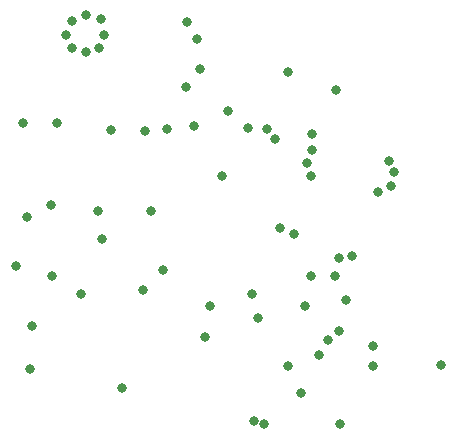
<source format=gbr>
%TF.GenerationSoftware,KiCad,Pcbnew,(5.1.10)-1*%
%TF.CreationDate,2022-01-22T10:46:06+02:00*%
%TF.ProjectId,P1_DCE_NEATA_ADRIAN_STAB_ERS_kicad,50315f44-4345-45f4-9e45-4154415f4144,rev?*%
%TF.SameCoordinates,Original*%
%TF.FileFunction,Soldermask,Bot*%
%TF.FilePolarity,Negative*%
%FSLAX46Y46*%
G04 Gerber Fmt 4.6, Leading zero omitted, Abs format (unit mm)*
G04 Created by KiCad (PCBNEW (5.1.10)-1) date 2022-01-22 10:46:06*
%MOMM*%
%LPD*%
G01*
G04 APERTURE LIST*
%ADD10C,0.800000*%
G04 APERTURE END LIST*
D10*
X25600000Y19600000D03*
X25050000Y33300000D03*
X11000000Y6500000D03*
X27100000Y28050000D03*
X22550000Y12450000D03*
X18023747Y10880816D03*
X27650000Y9350000D03*
X25100000Y8400000D03*
X32300000Y10100000D03*
X22550000Y12450000D03*
X2000000Y16850000D03*
X3200000Y8100000D03*
X29150000Y31800000D03*
X2600000Y29000000D03*
X5500000Y29000000D03*
X10050000Y28350000D03*
X14850000Y28450000D03*
X12950000Y28250000D03*
X17100000Y28700000D03*
X21650000Y28550000D03*
X30500000Y17700000D03*
X28450000Y10600000D03*
X29350000Y11400000D03*
X24400000Y20050000D03*
X26650000Y25550000D03*
X29350000Y17550000D03*
X27000000Y24450000D03*
X27100000Y26700000D03*
X23250000Y28450000D03*
X23950000Y27600000D03*
X16500000Y37550000D03*
X16400000Y32000000D03*
X17350000Y36100000D03*
X17600000Y33500000D03*
X33650000Y25750000D03*
X34000000Y24800000D03*
X32700000Y23150000D03*
X33750000Y23600000D03*
X6300000Y36400000D03*
X8000000Y38100000D03*
X8000000Y35000000D03*
X9500000Y36400000D03*
X6800000Y35300000D03*
X6800000Y37600000D03*
X9200000Y37800000D03*
X9100000Y35300000D03*
X20000000Y30000000D03*
X5000000Y22000000D03*
X19500000Y24500000D03*
X7500000Y14500000D03*
X5041200Y16000000D03*
X3350000Y11750000D03*
X2958801Y21041199D03*
X23000000Y3500000D03*
X22150000Y3750000D03*
X9300000Y19150000D03*
X32250000Y8400000D03*
X26150000Y6150000D03*
X13500000Y21500000D03*
X9000000Y21500000D03*
X18500000Y13500000D03*
X26500000Y13500000D03*
X14500000Y16500000D03*
X12797026Y14797026D03*
X29500000Y3500000D03*
X38000000Y8500000D03*
X27000000Y16000000D03*
X29008800Y16000000D03*
X30000000Y14000000D03*
X22000000Y14500000D03*
M02*

</source>
